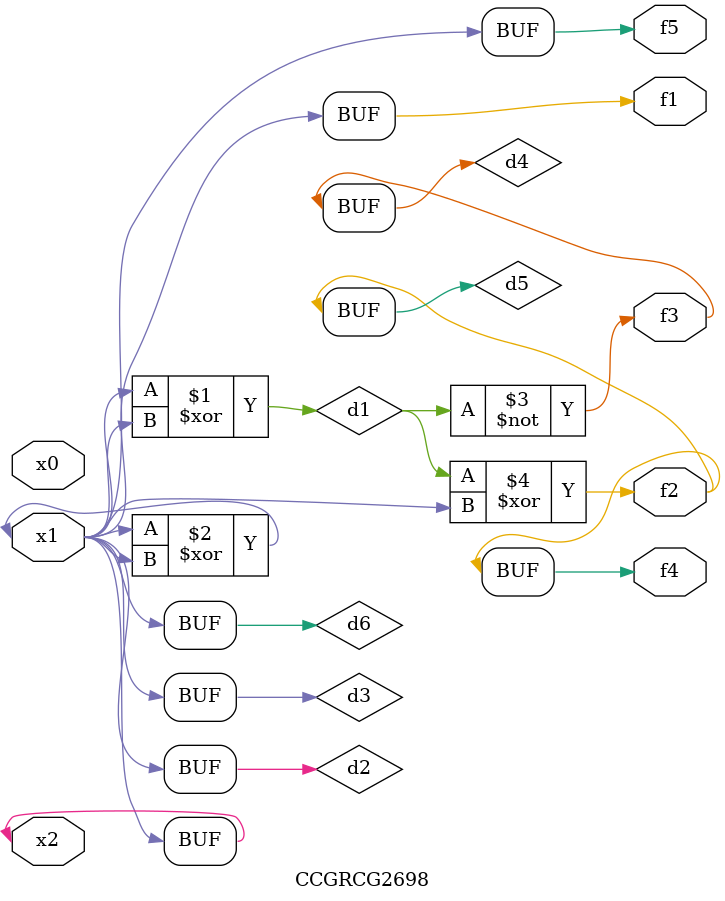
<source format=v>
module CCGRCG2698(
	input x0, x1, x2,
	output f1, f2, f3, f4, f5
);

	wire d1, d2, d3, d4, d5, d6;

	xor (d1, x1, x2);
	buf (d2, x1, x2);
	xor (d3, x1, x2);
	nor (d4, d1);
	xor (d5, d1, d2);
	buf (d6, d2, d3);
	assign f1 = d6;
	assign f2 = d5;
	assign f3 = d4;
	assign f4 = d5;
	assign f5 = d6;
endmodule

</source>
